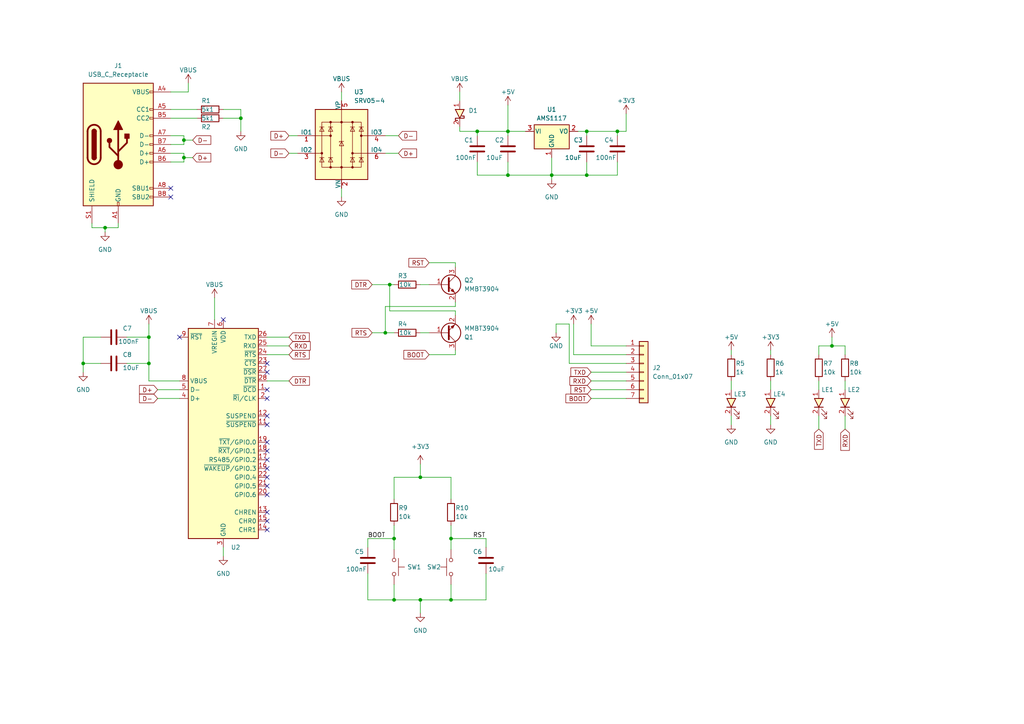
<source format=kicad_sch>
(kicad_sch (version 20230121) (generator eeschema)
  (paper "A4")
  (lib_symbols
    (symbol "+3V3_1" (power) (pin_names (offset 0))
      (property "Value" "+3V3_1" (at 0 3.556 0))
      (symbol "+3V3_1_0_1"
        (polyline (pts (xy -0.762 1.27) (xy 0 2.54)))
        (polyline (pts (xy 0 0) (xy 0 2.54)))
        (polyline (pts (xy 0 2.54) (xy 0.762 1.27)))
      )
      (symbol "+3V3_1_1_1"
        (pin power_in line (at 0 0 90) (length 0) hide (name "+3V3") (number "1"))
      )
    )
    (symbol "Device:C" (pin_numbers hide) (pin_names (offset 0.254))
      (property "Reference" "C" (at 0.635 2.54 0))
      (property "Value" "C" (at 0.635 -2.54 0))
      (symbol "C_0_1"
        (polyline (pts (xy -2.032 -0.762) (xy 2.032 -0.762)) (stroke (width 0.508)))
        (polyline (pts (xy -2.032 0.762) (xy 2.032 0.762)) (stroke (width 0.508)))
      )
      (symbol "C_1_1"
        (pin passive line (at 0 3.81 270) (length 2.794) (name "~") (number "1"))
        (pin passive line (at 0 -3.81 90) (length 2.794) (name "~") (number "2"))
      )
    )
    (symbol "Device:R" (pin_numbers hide) (pin_names (offset 0))
      (property "Reference" "R" (at 2.032 0 90))
      (property "Value" "R" (at 0 0 90))
      (symbol "R_0_1"
        (rectangle (start -1.016 -2.54) (end 1.016 2.54) (stroke (width 0.254)))
      )
      (symbol "R_1_1"
        (pin passive line (at 0 3.81 270) (length 1.27) (name "~") (number "1"))
        (pin passive line (at 0 -3.81 90) (length 1.27) (name "~") (number "2"))
      )
    )
    (symbol "GND_1" (power) (pin_names (offset 0))
      (property "Value" "GND_1" (at 0 -3.81 0))
      (symbol "GND_1_0_1"
        (polyline (pts (xy 0 0) (xy 0 -1.27) (xy 1.27 -1.27) (xy 0 -2.54) (xy -1.27 -1.27) (xy 0 -1.27)))
      )
      (symbol "GND_1_1_1"
        (pin power_in line (at 0 0 270) (length 0) hide (name "GND") (number "1"))
      )
    )
    (symbol "IVS_Symbols:AMS1117" (pin_names (offset 0.254))
      (property "Reference" "U" (at -3.81 3.175 0))
      (property "Value" "AMS1117" (at 0 3.175 0))
      (symbol "AMS1117_0_1"
        (rectangle (start -5.08 -5.08) (end 5.08 1.905) (stroke (width 0.254)) (fill (type background)))
      )
      (symbol "AMS1117_1_1"
        (pin power_in line (at 0 -7.62 90) (length 2.54) (name "GND") (number "1"))
        (pin power_out line (at 7.62 0 180) (length 2.54) (name "VO") (number "2"))
        (pin power_in line (at -7.62 0 0) (length 2.54) (name "VI") (number "3"))
      )
    )
    (symbol "IVS_Symbols:CP2102N-Axx-xQFN28"
      (property "Reference" "U" (at -8.89 31.75 0))
      (property "Value" "CP2102N-Axx-xQFN28" (at 12.7 31.75 0))
      (symbol "CP2102N-Axx-xQFN28_0_1"
        (rectangle (start -10.16 30.48) (end 10.16 -30.48) (stroke (width 0.254)) (fill (type background)))
      )
      (symbol "CP2102N-Axx-xQFN28_1_1"
        (pin input line (at 12.7 12.7 180) (length 2.54) (name "~{DCD}") (number "1"))
        (pin no_connect line (at -10.16 -27.94 0) (length 2.54) hide (name "NC") (number "10"))
        (pin output line (at 12.7 2.54 180) (length 2.54) (name "~{SUSPEND}") (number "11"))
        (pin output line (at 12.7 5.08 180) (length 2.54) (name "SUSPEND") (number "12"))
        (pin output line (at 12.7 -22.86 180) (length 2.54) (name "CHREN") (number "13"))
        (pin output line (at 12.7 -27.94 180) (length 2.54) (name "CHR1") (number "14"))
        (pin output line (at 12.7 -25.4 180) (length 2.54) (name "CHR0") (number "15"))
        (pin bidirectional line (at 12.7 -10.16 180) (length 2.54) (name "~{WAKEUP}/GPIO.3") (number "16"))
        (pin bidirectional line (at 12.7 -7.62 180) (length 2.54) (name "RS485/GPIO.2") (number "17"))
        (pin bidirectional line (at 12.7 -5.08 180) (length 2.54) (name "~{RXT}/GPIO.1") (number "18"))
        (pin bidirectional line (at 12.7 -2.54 180) (length 2.54) (name "~{TXT}/GPIO.0") (number "19"))
        (pin bidirectional line (at 12.7 10.16 180) (length 2.54) (name "~{RI}/CLK") (number "2"))
        (pin bidirectional line (at 12.7 -17.78 180) (length 2.54) (name "GPIO.6") (number "20"))
        (pin bidirectional line (at 12.7 -15.24 180) (length 2.54) (name "GPIO.5") (number "21"))
        (pin bidirectional line (at 12.7 -12.7 180) (length 2.54) (name "GPIO.4") (number "22"))
        (pin input line (at 12.7 20.32 180) (length 2.54) (name "~{CTS}") (number "23"))
        (pin output line (at 12.7 22.86 180) (length 2.54) (name "~{RTS}") (number "24"))
        (pin input line (at 12.7 25.4 180) (length 2.54) (name "RXD") (number "25"))
        (pin output line (at 12.7 27.94 180) (length 2.54) (name "TXD") (number "26"))
        (pin input line (at 12.7 17.78 180) (length 2.54) (name "~{DSR}") (number "27"))
        (pin output line (at 12.7 15.24 180) (length 2.54) (name "~{DTR}") (number "28"))
        (pin passive line (at 0 -33.02 90) (length 2.54) hide (name "GND") (number "29"))
        (pin power_in line (at 0 -33.02 90) (length 2.54) (name "GND") (number "3"))
        (pin bidirectional line (at -12.7 10.16 0) (length 2.54) (name "D+") (number "4"))
        (pin bidirectional line (at -12.7 12.7 0) (length 2.54) (name "D-") (number "5"))
        (pin power_in line (at 0 33.02 270) (length 2.54) (name "VDD") (number "6"))
        (pin power_in line (at -2.54 33.02 270) (length 2.54) (name "VREGIN") (number "7"))
        (pin input line (at -12.7 15.24 0) (length 2.54) (name "VBUS") (number "8"))
        (pin input line (at -12.7 27.94 0) (length 2.54) (name "~{RST}") (number "9"))
      )
    )
    (symbol "IVS_Symbols:Conn_01x07" (pin_names (offset 1.016) hide)
      (property "Reference" "J" (at 0 10.16 0))
      (property "Value" "Conn_01x07" (at 0 -10.16 0))
      (symbol "Conn_01x07_1_1"
        (rectangle (start -1.27 -7.493) (end 0 -7.747) (stroke (width 0.1524)))
        (rectangle (start -1.27 -4.953) (end 0 -5.207) (stroke (width 0.1524)))
        (rectangle (start -1.27 -2.413) (end 0 -2.667) (stroke (width 0.1524)))
        (rectangle (start -1.27 0.127) (end 0 -0.127) (stroke (width 0.1524)))
        (rectangle (start -1.27 2.667) (end 0 2.413) (stroke (width 0.1524)))
        (rectangle (start -1.27 5.207) (end 0 4.953) (stroke (width 0.1524)))
        (rectangle (start -1.27 7.747) (end 0 7.493) (stroke (width 0.1524)))
        (rectangle (start -1.27 8.89) (end 1.27 -8.89) (stroke (width 0.254)) (fill (type background)))
        (pin passive line (at -5.08 7.62 0) (length 3.81) (name "Pin_1") (number "1"))
        (pin passive line (at -5.08 5.08 0) (length 3.81) (name "Pin_2") (number "2"))
        (pin passive line (at -5.08 2.54 0) (length 3.81) (name "Pin_3") (number "3"))
        (pin passive line (at -5.08 0 0) (length 3.81) (name "Pin_4") (number "4"))
        (pin passive line (at -5.08 -2.54 0) (length 3.81) (name "Pin_5") (number "5"))
        (pin passive line (at -5.08 -5.08 0) (length 3.81) (name "Pin_6") (number "6"))
        (pin passive line (at -5.08 -7.62 0) (length 3.81) (name "Pin_7") (number "7"))
      )
    )
    (symbol "IVS_Symbols:D_Schottky"
      (property "Reference" "D" (at -2.54 2.54 0))
      (property "Value" "D_Schottky" (at 0 -2.54 0))
      (symbol "D_Schottky_0_1"
        (polyline (pts (xy 2.54 1.27) (xy 2.54 -1.27) (xy 0 0) (xy 2.54 1.27)) (stroke (width 0.254)) (fill (type background)))
        (polyline (pts (xy -0.635 0.635) (xy -0.635 1.27) (xy 0 1.27) (xy 0 -1.27) (xy 0.635 -1.27) (xy 0.635 -0.635)) (stroke (width 0.254)))
      )
      (symbol "D_Schottky_1_1"
        (pin passive line (at 5.08 0 180) (length 2.54) (name "") (number "1"))
        (pin passive line (at -2.54 0 0) (length 2.54) (name "") (number "2"))
      )
    )
    (symbol "IVS_Symbols:Led"
      (property "Reference" "LE" (at 0.508 -2.794 0))
      (property "Value" "Led" (at -0.254 2.794 0))
      (symbol "Led_0_1"
        (polyline (pts (xy 0 -1.27) (xy 0 1.27)) (stroke (width 0.254)))
        (polyline (pts (xy 2.54 -1.27) (xy 2.54 1.27) (xy 0 0) (xy 2.54 -1.27)) (stroke (width 0.254)) (fill (type background)))
        (polyline (pts (xy -1.778 -0.762) (xy -3.302 -2.286) (xy -2.54 -2.286) (xy -3.302 -2.286) (xy -3.302 -1.524)))
        (polyline (pts (xy -0.508 -0.762) (xy -2.032 -2.286) (xy -1.27 -2.286) (xy -2.032 -2.286) (xy -2.032 -1.524)))
      )
      (symbol "Led_1_1"
        (pin passive line (at 5.08 0 180) (length 2.54) (name "") (number "1"))
        (pin passive line (at -2.54 0 0) (length 2.54) (name "") (number "2"))
      )
    )
    (symbol "IVS_Symbols:USB_C_Receptacle" (pin_names (offset 1.016))
      (property "Reference" "J" (at -21.59 15.24 0))
      (property "Value" "USB_C_Receptacle" (at -12.7 10.16 0))
      (symbol "USB_C_Receptacle_0_0"
        (rectangle (start -0.254 -17.78) (end 0.254 -16.764))
        (rectangle (start 10.16 -14.986) (end 9.144 -15.494))
        (rectangle (start 10.16 -12.446) (end 9.144 -12.954))
        (rectangle (start 10.16 -4.826) (end 9.144 -5.334))
        (rectangle (start 10.16 -2.286) (end 9.144 -2.794))
        (rectangle (start 10.16 0.254) (end 9.144 -0.254))
        (rectangle (start 10.16 2.794) (end 9.144 2.286))
        (rectangle (start 10.16 7.874) (end 9.144 7.366))
        (rectangle (start 10.16 10.414) (end 9.144 9.906))
        (rectangle (start 10.16 15.494) (end 9.144 14.986))
      )
      (symbol "USB_C_Receptacle_0_1"
        (rectangle (start -10.16 17.78) (end 10.16 -17.78) (stroke (width 0.254)) (fill (type background)))
        (arc (start -8.89 -3.81) (mid -6.985 -5.7067) (end -5.08 -3.81) (stroke (width 0.508)))
        (arc (start -7.62 -3.81) (mid -6.985 -4.4423) (end -6.35 -3.81) (stroke (width 0.254)))
        (arc (start -7.62 -3.81) (mid -6.985 -4.4423) (end -6.35 -3.81) (stroke (width 0.254)) (fill (type outline)))
        (rectangle (start -7.62 -3.81) (end -6.35 3.81) (stroke (width 0.254)) (fill (type outline)))
        (arc (start -6.35 3.81) (mid -6.985 4.4423) (end -7.62 3.81) (stroke (width 0.254)))
        (arc (start -6.35 3.81) (mid -6.985 4.4423) (end -7.62 3.81) (stroke (width 0.254)) (fill (type outline)))
        (arc (start -5.08 3.81) (mid -6.985 5.7067) (end -8.89 3.81) (stroke (width 0.508)))
        (circle (center -2.54 1.143) (radius 0.635) (stroke (width 0.254)) (fill (type outline)))
        (circle (center 0 -5.842) (radius 1.27) (fill (type outline)))
        (polyline (pts (xy -8.89 -3.81) (xy -8.89 3.81)) (stroke (width 0.508)))
        (polyline (pts (xy -5.08 3.81) (xy -5.08 -3.81)) (stroke (width 0.508)))
        (polyline (pts (xy 0 -5.842) (xy 0 4.318)) (stroke (width 0.508)))
        (polyline (pts (xy 0 -3.302) (xy -2.54 -0.762) (xy -2.54 0.508)) (stroke (width 0.508)))
        (polyline (pts (xy 0 -2.032) (xy 2.54 0.508) (xy 2.54 1.778)) (stroke (width 0.508)))
        (polyline (pts (xy -1.27 4.318) (xy 0 6.858) (xy 1.27 4.318) (xy -1.27 4.318)) (stroke (width 0.254)) (fill (type outline)))
        (rectangle (start 1.905 1.778) (end 3.175 3.048) (stroke (width 0.254)) (fill (type outline)))
      )
      (symbol "USB_C_Receptacle_1_1"
        (pin passive line (at 0 -22.86 90) (length 5.08) (name "GND") (number "A1"))
        (pin passive line (at 0 -22.86 90) (length 5.08) hide (name "GND") (number "A12"))
        (pin passive line (at 15.24 15.24 180) (length 5.08) (name "VBUS") (number "A4"))
        (pin bidirectional line (at 15.24 10.16 180) (length 5.08) (name "CC1") (number "A5"))
        (pin bidirectional line (at 15.24 -2.54 180) (length 5.08) (name "D+") (number "A6"))
        (pin bidirectional line (at 15.24 2.54 180) (length 5.08) (name "D-") (number "A7"))
        (pin bidirectional line (at 15.24 -12.7 180) (length 5.08) (name "SBU1") (number "A8"))
        (pin passive line (at 15.24 15.24 180) (length 5.08) hide (name "VBUS") (number "A9"))
        (pin passive line (at 0 -22.86 90) (length 5.08) hide (name "GND") (number "B1"))
        (pin passive line (at 0 -22.86 90) (length 5.08) hide (name "GND") (number "B12"))
        (pin passive line (at 15.24 15.24 180) (length 5.08) hide (name "VBUS") (number "B4"))
        (pin bidirectional line (at 15.24 7.62 180) (length 5.08) (name "CC2") (number "B5"))
        (pin bidirectional line (at 15.24 -5.08 180) (length 5.08) (name "D+") (number "B6"))
        (pin bidirectional line (at 15.24 0 180) (length 5.08) (name "D-") (number "B7"))
        (pin bidirectional line (at 15.24 -15.24 180) (length 5.08) (name "SBU2") (number "B8"))
        (pin passive line (at 15.24 15.24 180) (length 5.08) hide (name "VBUS") (number "B9"))
        (pin passive line (at -7.62 -22.86 90) (length 5.08) (name "SHIELD") (number "S1"))
      )
    )
    (symbol "Power_Protection:SRV05-4" (pin_names (offset 0))
      (property "Reference" "U" (at -5.08 11.43 0))
      (property "Value" "SRV05-4" (at 2.54 11.43 0))
      (symbol "SRV05-4_0_0"
        (rectangle (start -5.715 6.477) (end 5.715 -6.604))
        (polyline (pts (xy -3.175 -6.604) (xy -3.175 6.477)))
        (polyline (pts (xy 3.175 6.477) (xy 3.175 -6.604)))
      )
      (symbol "SRV05-4_0_1"
        (rectangle (start -7.62 10.16) (end 7.62 -10.16) (stroke (width 0.254)) (fill (type background)))
        (circle (center -5.715 -2.54) (radius 0.2794) (fill (type outline)))
        (circle (center -3.175 -6.604) (radius 0.2794) (fill (type outline)))
        (circle (center -3.175 2.54) (radius 0.2794) (fill (type outline)))
        (circle (center -3.175 6.477) (radius 0.2794) (fill (type outline)))
        (circle (center 0 -6.604) (radius 0.2794) (fill (type outline)))
        (polyline (pts (xy -7.747 2.54) (xy -3.175 2.54)))
        (polyline (pts (xy -7.62 -2.54) (xy -5.715 -2.54)))
        (polyline (pts (xy -5.08 -3.81) (xy -6.35 -3.81)))
        (polyline (pts (xy -5.08 5.08) (xy -6.35 5.08)))
        (polyline (pts (xy -2.54 -3.81) (xy -3.81 -3.81)))
        (polyline (pts (xy -2.54 5.08) (xy -3.81 5.08)))
        (polyline (pts (xy 0 10.16) (xy 0 -10.16)))
        (polyline (pts (xy 3.81 -3.81) (xy 2.54 -3.81)))
        (polyline (pts (xy 3.81 5.08) (xy 2.54 5.08)))
        (polyline (pts (xy 6.35 -3.81) (xy 5.08 -3.81)))
        (polyline (pts (xy 6.35 5.08) (xy 5.08 5.08)))
        (polyline (pts (xy 7.62 -2.54) (xy 3.175 -2.54)))
        (polyline (pts (xy 7.62 2.54) (xy 5.715 2.54)))
        (polyline (pts (xy 0.635 0.889) (xy -0.635 0.889) (xy -0.635 0.635)))
        (polyline (pts (xy -5.08 -5.08) (xy -6.35 -5.08) (xy -5.715 -3.81) (xy -5.08 -5.08)))
        (polyline (pts (xy -5.08 3.81) (xy -6.35 3.81) (xy -5.715 5.08) (xy -5.08 3.81)))
        (polyline (pts (xy -2.54 -5.08) (xy -3.81 -5.08) (xy -3.175 -3.81) (xy -2.54 -5.08)))
        (polyline (pts (xy -2.54 3.81) (xy -3.81 3.81) (xy -3.175 5.08) (xy -2.54 3.81)))
        (polyline (pts (xy 0.635 -0.381) (xy -0.635 -0.381) (xy 0 0.889) (xy 0.635 -0.381)))
        (polyline (pts (xy 3.81 -5.08) (xy 2.54 -5.08) (xy 3.175 -3.81) (xy 3.81 -5.08)))
        (polyline (pts (xy 3.81 3.81) (xy 2.54 3.81) (xy 3.175 5.08) (xy 3.81 3.81)))
        (polyline (pts (xy 6.35 -5.08) (xy 5.08 -5.08) (xy 5.715 -3.81) (xy 6.35 -5.08)))
        (polyline (pts (xy 6.35 3.81) (xy 5.08 3.81) (xy 5.715 5.08) (xy 6.35 3.81)))
        (circle (center 0 6.477) (radius 0.2794) (fill (type outline)))
        (circle (center 3.175 -6.604) (radius 0.2794) (fill (type outline)))
        (circle (center 3.175 -2.54) (radius 0.2794) (fill (type outline)))
        (circle (center 3.175 6.477) (radius 0.2794) (fill (type outline)))
        (circle (center 5.715 2.54) (radius 0.2794) (fill (type outline)))
      )
      (symbol "SRV05-4_1_1"
        (pin passive line (at -12.7 2.54 0) (length 5.08) (name "IO1") (number "1"))
        (pin passive line (at 0 -12.7 90) (length 2.54) (name "VN") (number "2"))
        (pin passive line (at -12.7 -2.54 0) (length 5.08) (name "IO2") (number "3"))
        (pin passive line (at 12.7 2.54 180) (length 5.08) (name "IO3") (number "4"))
        (pin passive line (at 0 12.7 270) (length 2.54) (name "VP") (number "5"))
        (pin passive line (at 12.7 -2.54 180) (length 5.08) (name "IO4") (number "6"))
      )
    )
    (symbol "Switch:SW_Push" (pin_numbers hide) (pin_names (offset 1.016) hide)
      (property "Reference" "SW" (at 1.27 2.54 0))
      (property "Value" "SW_Push" (at 0 -1.524 0))
      (symbol "SW_Push_0_1"
        (circle (center -2.032 0) (radius 0.508))
        (polyline (pts (xy 0 1.27) (xy 0 3.048)))
        (polyline (pts (xy 2.54 1.27) (xy -2.54 1.27)))
        (circle (center 2.032 0) (radius 0.508))
        (pin passive line (at -5.08 0 0) (length 2.54) (name "1") (number "1"))
        (pin passive line (at 5.08 0 180) (length 2.54) (name "2") (number "2"))
      )
    )
    (symbol "Transistor_BJT:MMBT3904" (pin_names (offset 0) hide)
      (property "Reference" "Q" (at 5.08 1.905 0))
      (property "Value" "MMBT3904" (at 5.08 0 0))
      (symbol "MMBT3904_0_1"
        (polyline (pts (xy 0.635 0.635) (xy 2.54 2.54)))
        (polyline (pts (xy 0.635 -0.635) (xy 2.54 -2.54) (xy 2.54 -2.54)))
        (polyline (pts (xy 0.635 1.905) (xy 0.635 -1.905) (xy 0.635 -1.905)) (stroke (width 0.508)))
        (polyline (pts (xy 1.27 -1.778) (xy 1.778 -1.27) (xy 2.286 -2.286) (xy 1.27 -1.778) (xy 1.27 -1.778)) (fill (type outline)))
        (circle (center 1.27 0) (radius 2.8194) (stroke (width 0.254)))
      )
      (symbol "MMBT3904_1_1"
        (pin input line (at -5.08 0 0) (length 5.715) (name "B") (number "1"))
        (pin passive line (at 2.54 -5.08 90) (length 2.54) (name "E") (number "2"))
        (pin passive line (at 2.54 5.08 270) (length 2.54) (name "C") (number "3"))
      )
    )
    (symbol "power:+3V3" (power) (pin_names (offset 0))
      (property "Value" "+3V3" (at 0 3.556 0))
      (symbol "+3V3_0_1"
        (polyline (pts (xy -0.762 1.27) (xy 0 2.54)))
        (polyline (pts (xy 0 0) (xy 0 2.54)))
        (polyline (pts (xy 0 2.54) (xy 0.762 1.27)))
      )
      (symbol "+3V3_1_1"
        (pin power_in line (at 0 0 90) (length 0) hide (name "+3V3") (number "1"))
      )
    )
    (symbol "power:+5V" (power) (pin_names (offset 0))
      (property "Value" "+5V" (at 0 3.556 0))
      (symbol "+5V_0_1"
        (polyline (pts (xy -0.762 1.27) (xy 0 2.54)))
        (polyline (pts (xy 0 0) (xy 0 2.54)))
        (polyline (pts (xy 0 2.54) (xy 0.762 1.27)))
      )
      (symbol "+5V_1_1"
        (pin power_in line (at 0 0 90) (length 0) hide (name "+5V") (number "1"))
      )
    )
    (symbol "power:GND" (power) (pin_names (offset 0))
      (property "Value" "GND" (at 0 -3.81 0))
      (symbol "GND_0_1"
        (polyline (pts (xy 0 0) (xy 0 -1.27) (xy 1.27 -1.27) (xy 0 -2.54) (xy -1.27 -1.27) (xy 0 -1.27)))
      )
      (symbol "GND_1_1"
        (pin power_in line (at 0 0 270) (length 0) hide (name "GND") (number "1"))
      )
    )
    (symbol "power:VBUS" (power) (pin_names (offset 0))
      (property "Value" "VBUS" (at 0 3.81 0))
      (symbol "VBUS_0_1"
        (polyline (pts (xy -0.762 1.27) (xy 0 2.54)))
        (polyline (pts (xy 0 0) (xy 0 2.54)))
        (polyline (pts (xy 0 2.54) (xy 0.762 1.27)))
      )
      (symbol "VBUS_1_1"
        (pin power_in line (at 0 0 90) (length 0) hide (name "VBUS") (number "1"))
      )
    )
  )
  (junction (at 43.18 105.41))
  (junction (at 24.13 105.41))
  (junction (at 147.32 50.8))
  (junction (at 113.03 82.55))
  (junction (at 114.3 156.21))
  (junction (at 114.3 173.99))
  (junction (at 30.48 66.04))
  (junction (at 170.18 50.8))
  (junction (at 121.92 173.99))
  (junction (at 130.81 156.21))
  (junction (at 138.43 38.1))
  (junction (at 147.32 38.1))
  (junction (at 69.85 34.29))
  (junction (at 43.18 97.79))
  (junction (at 130.81 173.99))
  (junction (at 53.34 40.64))
  (junction (at 160.02 50.8))
  (junction (at 179.07 38.1))
  (junction (at 111.76 96.52))
  (junction (at 241.3 100.33))
  (junction (at 121.92 138.43))
  (junction (at 53.34 45.72))
  (junction (at 170.18 38.1))
  (no_connect (at 49.53 54.61))
  (no_connect (at 77.47 153.67))
  (no_connect (at 77.47 133.35))
  (no_connect (at 77.47 128.27))
  (no_connect (at 77.47 107.95))
  (no_connect (at 77.47 151.13))
  (no_connect (at 64.77 92.71))
  (no_connect (at 77.47 115.57))
  (no_connect (at 77.47 140.97))
  (no_connect (at 77.47 148.59))
  (no_connect (at 77.47 105.41))
  (no_connect (at 77.47 135.89))
  (no_connect (at 77.47 143.51))
  (no_connect (at 52.07 97.79))
  (no_connect (at 77.47 138.43))
  (no_connect (at 49.53 57.15))
  (no_connect (at 77.47 123.19))
  (no_connect (at 77.47 120.65))
  (no_connect (at 77.47 130.81))
  (no_connect (at 77.47 113.03))
  (wire (pts (xy 45.72 115.57) (xy 52.07 115.57)))
  (wire (pts (xy 86.36 39.37) (xy 83.82 39.37)))
  (wire (pts (xy 113.03 90.17) (xy 113.03 82.55)))
  (wire (pts (xy 132.08 76.2) (xy 132.08 77.47)))
  (wire (pts (xy 245.11 102.87) (xy 245.11 100.33)))
  (wire (pts (xy 181.61 33.02) (xy 181.61 38.1)))
  (wire (pts (xy 49.53 34.29) (xy 57.15 34.29)))
  (wire (pts (xy 49.53 39.37) (xy 53.34 39.37)))
  (wire (pts (xy 34.29 66.04) (xy 30.48 66.04)))
  (wire (pts (xy 237.49 110.49) (xy 237.49 113.03)))
  (wire (pts (xy 99.06 54.61) (xy 99.06 57.15)))
  (wire (pts (xy 132.08 102.87) (xy 124.46 102.87)))
  (wire (pts (xy 54.61 24.13) (xy 54.61 26.67)))
  (wire (pts (xy 53.34 40.64) (xy 55.88 40.64)))
  (wire (pts (xy 111.76 96.52) (xy 114.3 96.52)))
  (wire (pts (xy 166.37 102.87) (xy 181.61 102.87)))
  (wire (pts (xy 140.97 158.75) (xy 140.97 156.21)))
  (wire (pts (xy 171.45 115.57) (xy 181.61 115.57)))
  (wire (pts (xy 106.68 156.21) (xy 114.3 156.21)))
  (wire (pts (xy 54.61 26.67) (xy 49.53 26.67)))
  (wire (pts (xy 170.18 50.8) (xy 179.07 50.8)))
  (wire (pts (xy 147.32 46.99) (xy 147.32 50.8)))
  (wire (pts (xy 138.43 38.1) (xy 138.43 39.37)))
  (wire (pts (xy 179.07 50.8) (xy 179.07 46.99)))
  (wire (pts (xy 114.3 156.21) (xy 114.3 159.385)))
  (wire (pts (xy 245.11 110.49) (xy 245.11 113.03)))
  (wire (pts (xy 24.13 105.41) (xy 24.13 107.95)))
  (wire (pts (xy 132.08 90.17) (xy 132.08 91.44)))
  (wire (pts (xy 171.45 100.33) (xy 181.61 100.33)))
  (wire (pts (xy 111.76 39.37) (xy 115.57 39.37)))
  (wire (pts (xy 26.67 64.77) (xy 26.67 66.04)))
  (wire (pts (xy 64.77 158.75) (xy 64.77 161.29)))
  (wire (pts (xy 181.61 38.1) (xy 179.07 38.1)))
  (wire (pts (xy 245.11 100.33) (xy 241.3 100.33)))
  (wire (pts (xy 124.46 76.2) (xy 132.08 76.2)))
  (wire (pts (xy 147.32 50.8) (xy 160.02 50.8)))
  (wire (pts (xy 45.72 113.03) (xy 52.07 113.03)))
  (wire (pts (xy 179.07 38.1) (xy 170.18 38.1)))
  (wire (pts (xy 69.85 31.75) (xy 69.85 34.29)))
  (wire (pts (xy 160.02 50.8) (xy 170.18 50.8)))
  (wire (pts (xy 106.68 166.37) (xy 106.68 173.99)))
  (wire (pts (xy 147.32 38.1) (xy 147.32 39.37)))
  (wire (pts (xy 121.92 82.55) (xy 124.46 82.55)))
  (wire (pts (xy 24.13 97.79) (xy 24.13 105.41)))
  (wire (pts (xy 111.76 88.9) (xy 111.76 96.52)))
  (wire (pts (xy 121.92 173.99) (xy 121.92 177.8)))
  (wire (pts (xy 83.82 110.49) (xy 77.47 110.49)))
  (wire (pts (xy 133.35 26.67) (xy 133.35 29.21)))
  (wire (pts (xy 36.83 105.41) (xy 43.18 105.41)))
  (wire (pts (xy 121.92 96.52) (xy 124.46 96.52)))
  (wire (pts (xy 241.3 100.33) (xy 241.3 97.79)))
  (wire (pts (xy 212.09 110.49) (xy 212.09 113.03)))
  (wire (pts (xy 171.45 113.03) (xy 181.61 113.03)))
  (wire (pts (xy 140.97 166.37) (xy 140.97 173.99)))
  (wire (pts (xy 49.53 31.75) (xy 57.15 31.75)))
  (wire (pts (xy 138.43 38.1) (xy 147.32 38.1)))
  (wire (pts (xy 114.3 152.4) (xy 114.3 156.21)))
  (wire (pts (xy 147.32 38.1) (xy 152.4 38.1)))
  (wire (pts (xy 133.35 38.1) (xy 138.43 38.1)))
  (wire (pts (xy 43.18 105.41) (xy 43.18 110.49)))
  (wire (pts (xy 114.3 173.99) (xy 121.92 173.99)))
  (wire (pts (xy 165.1 93.98) (xy 165.1 105.41)))
  (wire (pts (xy 223.52 101.6) (xy 223.52 102.87)))
  (wire (pts (xy 130.81 156.21) (xy 140.97 156.21)))
  (wire (pts (xy 132.08 88.9) (xy 111.76 88.9)))
  (wire (pts (xy 130.81 169.545) (xy 130.81 173.99)))
  (wire (pts (xy 132.08 87.63) (xy 132.08 88.9)))
  (wire (pts (xy 49.53 46.99) (xy 53.34 46.99)))
  (wire (pts (xy 36.83 97.79) (xy 43.18 97.79)))
  (wire (pts (xy 121.92 138.43) (xy 114.3 138.43)))
  (wire (pts (xy 171.45 110.49) (xy 181.61 110.49)))
  (wire (pts (xy 161.29 96.52) (xy 161.29 93.98)))
  (wire (pts (xy 64.77 31.75) (xy 69.85 31.75)))
  (wire (pts (xy 53.34 46.99) (xy 53.34 45.72)))
  (wire (pts (xy 64.77 34.29) (xy 69.85 34.29)))
  (wire (pts (xy 138.43 50.8) (xy 147.32 50.8)))
  (wire (pts (xy 160.02 45.72) (xy 160.02 50.8)))
  (wire (pts (xy 130.81 156.21) (xy 130.81 159.385)))
  (wire (pts (xy 237.49 102.87) (xy 237.49 100.33)))
  (wire (pts (xy 179.07 38.1) (xy 179.07 39.37)))
  (wire (pts (xy 43.18 110.49) (xy 52.07 110.49)))
  (wire (pts (xy 114.3 169.545) (xy 114.3 173.99)))
  (wire (pts (xy 237.49 100.33) (xy 241.3 100.33)))
  (wire (pts (xy 49.53 41.91) (xy 53.34 41.91)))
  (wire (pts (xy 53.34 44.45) (xy 53.34 45.72)))
  (wire (pts (xy 147.32 30.48) (xy 147.32 38.1)))
  (wire (pts (xy 223.52 123.19) (xy 223.52 120.65)))
  (wire (pts (xy 30.48 66.04) (xy 30.48 67.31)))
  (wire (pts (xy 171.45 93.98) (xy 171.45 100.33)))
  (wire (pts (xy 113.03 82.55) (xy 114.3 82.55)))
  (wire (pts (xy 237.49 120.65) (xy 237.49 124.46)))
  (wire (pts (xy 133.35 36.83) (xy 133.35 38.1)))
  (wire (pts (xy 26.67 66.04) (xy 30.48 66.04)))
  (wire (pts (xy 212.09 120.65) (xy 212.09 123.19)))
  (wire (pts (xy 53.34 41.91) (xy 53.34 40.64)))
  (wire (pts (xy 111.76 44.45) (xy 115.57 44.45)))
  (wire (pts (xy 99.06 26.67) (xy 99.06 29.21)))
  (wire (pts (xy 130.81 173.99) (xy 140.97 173.99)))
  (wire (pts (xy 130.81 152.4) (xy 130.81 156.21)))
  (wire (pts (xy 69.85 34.29) (xy 69.85 38.1)))
  (wire (pts (xy 130.81 144.78) (xy 130.81 138.43)))
  (wire (pts (xy 132.08 90.17) (xy 113.03 90.17)))
  (wire (pts (xy 121.92 173.99) (xy 130.81 173.99)))
  (wire (pts (xy 170.18 38.1) (xy 170.18 39.37)))
  (wire (pts (xy 107.95 96.52) (xy 111.76 96.52)))
  (wire (pts (xy 106.68 156.21) (xy 106.68 158.75)))
  (wire (pts (xy 138.43 46.99) (xy 138.43 50.8)))
  (wire (pts (xy 83.82 100.33) (xy 77.47 100.33)))
  (wire (pts (xy 34.29 64.77) (xy 34.29 66.04)))
  (wire (pts (xy 107.95 82.55) (xy 113.03 82.55)))
  (wire (pts (xy 160.02 52.07) (xy 160.02 50.8)))
  (wire (pts (xy 130.81 138.43) (xy 121.92 138.43)))
  (wire (pts (xy 212.09 101.6) (xy 212.09 102.87)))
  (wire (pts (xy 170.18 38.1) (xy 167.64 38.1)))
  (wire (pts (xy 114.3 144.78) (xy 114.3 138.43)))
  (wire (pts (xy 86.36 44.45) (xy 83.82 44.45)))
  (wire (pts (xy 29.21 97.79) (xy 24.13 97.79)))
  (wire (pts (xy 49.53 44.45) (xy 53.34 44.45)))
  (wire (pts (xy 53.34 39.37) (xy 53.34 40.64)))
  (wire (pts (xy 83.82 102.87) (xy 77.47 102.87)))
  (wire (pts (xy 29.21 105.41) (xy 24.13 105.41)))
  (wire (pts (xy 121.92 134.62) (xy 121.92 138.43)))
  (wire (pts (xy 43.18 93.98) (xy 43.18 97.79)))
  (wire (pts (xy 161.29 93.98) (xy 165.1 93.98)))
  (wire (pts (xy 53.34 45.72) (xy 55.88 45.72)))
  (wire (pts (xy 170.18 46.99) (xy 170.18 50.8)))
  (wire (pts (xy 171.45 107.95) (xy 181.61 107.95)))
  (wire (pts (xy 43.18 97.79) (xy 43.18 105.41)))
  (wire (pts (xy 166.37 93.98) (xy 166.37 102.87)))
  (wire (pts (xy 165.1 105.41) (xy 181.61 105.41)))
  (wire (pts (xy 106.68 173.99) (xy 114.3 173.99)))
  (wire (pts (xy 62.23 86.36) (xy 62.23 92.71)))
  (wire (pts (xy 223.52 110.49) (xy 223.52 113.03)))
  (wire (pts (xy 132.08 101.6) (xy 132.08 102.87)))
  (wire (pts (xy 83.82 97.79) (xy 77.47 97.79)))
  (wire (pts (xy 245.11 120.65) (xy 245.11 124.46)))
  (label "BOOT" (at 106.68 156.21 0))
  (label "RST" (at 137.16 156.21 0))
  (global_label "DTR" (shape input) (at 107.95 82.55 180) (property "Intersheetrefs" "${INTERSHEET_REFS}" (effects hide)))
  (global_label "DTR" (shape input) (at 83.82 110.49 0) (property "Intersheetrefs" "${INTERSHEET_REFS}" (effects hide)))
  (global_label "TXD" (shape input) (at 237.49 124.46 270) (property "Intersheetrefs" "${INTERSHEET_REFS}" (effects hide)))
  (global_label "D-" (shape input) (at 45.72 115.57 180) (property "Intersheetrefs" "${INTERSHEET_REFS}" (effects hide)))
  (global_label "TXD" (shape input) (at 171.45 107.95 180) (property "Intersheetrefs" "${INTERSHEET_REFS}" (effects hide)))
  (global_label "RST" (shape input) (at 171.45 113.03 180) (property "Intersheetrefs" "${INTERSHEET_REFS}" (effects hide)))
  (global_label "BOOT" (shape input) (at 124.46 102.87 180) (property "Intersheetrefs" "${INTERSHEET_REFS}" (effects hide)))
  (global_label "TXD" (shape input) (at 83.82 97.79 0) (property "Intersheetrefs" "${INTERSHEET_REFS}" (effects hide)))
  (global_label "RST" (shape input) (at 124.46 76.2 180) (property "Intersheetrefs" "${INTERSHEET_REFS}" (effects hide)))
  (global_label "RTS" (shape input) (at 107.95 96.52 180) (property "Intersheetrefs" "${INTERSHEET_REFS}" (effects hide)))
  (global_label "RXD" (shape input) (at 83.82 100.33 0) (property "Intersheetrefs" "${INTERSHEET_REFS}" (effects hide)))
  (global_label "D+" (shape input) (at 115.57 44.45 0) (property "Intersheetrefs" "${INTERSHEET_REFS}" (effects hide)))
  (global_label "D+" (shape input) (at 45.72 113.03 180) (property "Intersheetrefs" "${INTERSHEET_REFS}" (effects hide)))
  (global_label "D-" (shape input) (at 55.88 40.64 0) (property "Intersheetrefs" "${INTERSHEET_REFS}" (effects hide)))
  (global_label "RXD" (shape input) (at 171.45 110.49 180) (property "Intersheetrefs" "${INTERSHEET_REFS}" (effects hide)))
  (global_label "D-" (shape input) (at 115.57 39.37 0) (property "Intersheetrefs" "${INTERSHEET_REFS}" (effects hide)))
  (global_label "RXD" (shape input) (at 245.11 124.46 270) (property "Intersheetrefs" "${INTERSHEET_REFS}" (effects hide)))
  (global_label "D+" (shape input) (at 83.82 39.37 180) (property "Intersheetrefs" "${INTERSHEET_REFS}" (effects hide)))
  (global_label "D+" (shape input) (at 55.88 45.72 0) (property "Intersheetrefs" "${INTERSHEET_REFS}" (effects hide)))
  (global_label "RTS" (shape input) (at 83.82 102.87 0) (property "Intersheetrefs" "${INTERSHEET_REFS}" (effects hide)))
  (global_label "BOOT" (shape input) (at 171.45 115.57 180) (property "Intersheetrefs" "${INTERSHEET_REFS}" (effects hide)))
  (global_label "D-" (shape input) (at 83.82 44.45 180) (property "Intersheetrefs" "${INTERSHEET_REFS}" (effects hide)))
  (symbol (lib_name "+3V3_1") (lib_id "power:+3V3") (at 166.37 93.98 0) (unit 1)
    (property "Reference" "#PWR07" (effects hide))
    (property "Value" "+3V3" (at 166.37 90.17 0))
  )
  (symbol (lib_id "power:+5V") (at 241.3 97.79 0) (unit 1)
    (property "Reference" "#PWR023" (effects hide))
    (property "Value" "+5V" (at 241.3 93.98 0))
  )
  (symbol (lib_id "Switch:SW_Push") (at 130.81 164.465 90) (unit 1)
    (property "Reference" "SW2" (at 123.825 164.465 90) (effects (justify right)))
    (property "Value" "SW_Push" (effects hide))
    (property "Footprint" "IVS_Footprints:ButtonPush-Vert-SMD-4P-SPST_PTS810" (effects hide))
  )
  (symbol (lib_id "Device:C") (at 140.97 162.56 0) (unit 1)
    (property "Reference" "C6" (at 137.16 160.02 0) (effects (justify left)))
    (property "Value" "10uF" (at 141.605 165.1 0) (effects (justify left)))
    (property "Footprint" "IVS_Footprints:C_0603" (effects hide))
  )
  (symbol (lib_id "power:VBUS") (at 54.61 24.13 0) (unit 1)
    (property "Reference" "#PWR04" (effects hide))
    (property "Value" "VBUS" (at 54.61 20.32 0))
  )
  (symbol (lib_id "power:VBUS") (at 99.06 26.67 0) (unit 1)
    (property "Reference" "#PWR020" (effects hide))
    (property "Value" "VBUS" (at 99.06 22.86 0))
  )
  (symbol (lib_id "Device:R") (at 60.96 34.29 270) (unit 1)
    (property "Reference" "R2" (at 58.42 36.83 90) (effects (justify left)))
    (property "Value" "5k1" (at 58.42 34.29 90) (effects (justify left)))
    (property "Footprint" "IVS_Footprints:R_0603" (effects hide))
  )
  (symbol (lib_id "IVS_Symbols:AMS1117") (at 160.02 38.1 0) (unit 1)
    (property "Reference" "U1" (at 160.02 31.75 0))
    (property "Value" "AMS1117" (at 160.02 34.29 0))
    (property "Footprint" "IVS_Footprints:SOT233" (effects hide))
    (property "Datasheet" "http://www.advanced-monolithic.com/pdf/ds1117.pdf" (effects hide))
  )
  (symbol (lib_id "Device:C") (at 179.07 43.18 0) (unit 1)
    (property "Reference" "C4" (at 175.26 40.64 0) (effects (justify left)))
    (property "Value" "100nF" (at 172.72 45.72 0) (effects (justify left)))
    (property "Footprint" "IVS_Footprints:C_0603" (effects hide))
  )
  (symbol (lib_id "power:VBUS") (at 62.23 86.36 0) (unit 1)
    (property "Reference" "#PWR011" (effects hide))
    (property "Value" "VBUS" (at 62.23 82.55 0))
  )
  (symbol (lib_name "GND_1") (lib_id "power:GND") (at 161.29 96.52 0) (unit 1)
    (property "Reference" "#PWR08" (effects hide))
    (property "Value" "GND" (at 161.29 100.33 0))
  )
  (symbol (lib_name "+3V3_1") (lib_id "power:+3V3") (at 181.61 33.02 0) (unit 1)
    (property "Reference" "#PWR06" (effects hide))
    (property "Value" "+3V3" (at 181.61 29.21 0))
  )
  (symbol (lib_id "IVS_Symbols:Led") (at 237.49 118.11 90) (unit 1)
    (property "Reference" "LE1" (at 240.03 113.03 90))
    (property "Value" "Led" (effects hide))
    (property "Footprint" "IVS_Footprints:LED_0603" (effects hide))
  )
  (symbol (lib_name "GND_1") (lib_id "power:GND") (at 30.48 67.31 0) (unit 1)
    (property "Reference" "#PWR05" (effects hide))
    (property "Value" "GND" (at 30.48 72.39 0))
  )
  (symbol (lib_id "Device:C") (at 170.18 43.18 0) (unit 1)
    (property "Reference" "C3" (at 166.37 40.64 0) (effects (justify left)))
    (property "Value" "10uF" (at 163.83 45.72 0) (effects (justify left)))
    (property "Footprint" "IVS_Footprints:C_0603" (effects hide))
  )
  (symbol (lib_id "power:+5V") (at 212.09 101.6 0) (unit 1)
    (property "Reference" "#PWR013" (effects hide))
    (property "Value" "+5V" (at 212.09 97.79 0))
  )
  (symbol (lib_id "Device:C") (at 147.32 43.18 0) (unit 1)
    (property "Reference" "C2" (at 143.51 40.64 0) (effects (justify left)))
    (property "Value" "10uF" (at 140.97 45.72 0) (effects (justify left)))
    (property "Footprint" "IVS_Footprints:C_0603" (effects hide))
  )
  (symbol (lib_id "Device:R") (at 212.09 106.68 0) (unit 1)
    (property "Reference" "R5" (at 213.36 105.41 0) (effects (justify left)))
    (property "Value" "1k" (at 213.36 107.95 0) (effects (justify left)))
    (property "Footprint" "IVS_Footprints:R_0603" (effects hide))
  )
  (symbol (lib_id "IVS_Symbols:CP2102N-Axx-xQFN28") (at 64.77 125.73 0) (unit 1)
    (property "Reference" "U2" (at 66.9641 158.75 0) (effects (justify left)))
    (property "Value" "CP2102N-Axx-xQFN28" (effects hide))
    (property "Footprint" "Package_DFN_QFN:QFN-28-1EP_5x5mm_P0.5mm_EP3.35x3.35mm" (effects hide))
    (property "Datasheet" "https://www.silabs.com/documents/public/data-sheets/cp2102n-datasheet.pdf" (effects hide))
  )
  (symbol (lib_id "power:+3V3") (at 121.92 134.62 0) (unit 1)
    (property "Reference" "#PWR016" (effects hide))
    (property "Value" "+3V3" (at 121.92 129.54 0))
  )
  (symbol (lib_id "IVS_Symbols:Led") (at 212.09 118.11 90) (unit 1)
    (property "Reference" "LE3" (at 214.63 114.3 90))
    (property "Value" "Led" (effects hide))
    (property "Footprint" "IVS_Footprints:LED_0603" (effects hide))
  )
  (symbol (lib_name "GND_1") (lib_id "power:GND") (at 160.02 52.07 0) (unit 1)
    (property "Reference" "#PWR09" (effects hide))
    (property "Value" "GND" (at 160.02 57.15 0))
  )
  (symbol (lib_id "Device:R") (at 130.81 148.59 0) (unit 1)
    (property "Reference" "R10" (at 132.08 147.32 0) (effects (justify left)))
    (property "Value" "10k" (at 132.08 149.86 0) (effects (justify left)))
    (property "Footprint" "IVS_Footprints:R_0603" (effects hide))
  )
  (symbol (lib_id "power:+5V") (at 147.32 30.48 0) (unit 1)
    (property "Reference" "#PWR022" (effects hide))
    (property "Value" "+5V" (at 147.32 26.67 0))
  )
  (symbol (lib_id "Device:C") (at 138.43 43.18 0) (unit 1)
    (property "Reference" "C1" (at 134.62 40.64 0) (effects (justify left)))
    (property "Value" "100nF" (at 132.08 45.72 0) (effects (justify left)))
    (property "Footprint" "IVS_Footprints:C_0603" (effects hide))
  )
  (symbol (lib_id "Device:C") (at 33.02 97.79 270) (unit 1)
    (property "Reference" "C7" (at 35.56 95.25 90) (effects (justify left)))
    (property "Value" "100nF" (at 34.29 99.06 90) (effects (justify left)))
    (property "Footprint" "IVS_Footprints:C_0603" (effects hide))
  )
  (symbol (lib_name "GND_1") (lib_id "power:GND") (at 223.52 123.19 0) (unit 1)
    (property "Reference" "#PWR015" (effects hide))
    (property "Value" "GND" (at 223.52 128.27 0))
  )
  (symbol (lib_id "Device:R") (at 114.3 148.59 0) (unit 1)
    (property "Reference" "R9" (at 115.57 147.32 0) (effects (justify left)))
    (property "Value" "10k" (at 115.57 149.86 0) (effects (justify left)))
    (property "Footprint" "IVS_Footprints:R_0603" (effects hide))
  )
  (symbol (lib_id "Device:R") (at 118.11 96.52 90) (unit 1)
    (property "Reference" "R4" (at 118.11 93.98 90) (effects (justify left)))
    (property "Value" "10k" (at 119.38 96.52 90) (effects (justify left)))
    (property "Footprint" "IVS_Footprints:R_0603" (effects hide))
  )
  (symbol (lib_id "IVS_Symbols:Led") (at 223.52 118.11 90) (unit 1)
    (property "Reference" "LE4" (at 226.06 114.3 90))
    (property "Value" "Led" (effects hide))
    (property "Footprint" "IVS_Footprints:LED_0603" (effects hide))
  )
  (symbol (lib_id "Device:R") (at 60.96 31.75 270) (unit 1)
    (property "Reference" "R1" (at 58.42 29.21 90) (effects (justify left)))
    (property "Value" "5k1" (at 58.42 31.75 90) (effects (justify left)))
    (property "Footprint" "IVS_Footprints:R_0603" (effects hide))
  )
  (symbol (lib_id "Device:R") (at 223.52 106.68 0) (unit 1)
    (property "Reference" "R6" (at 224.79 105.41 0) (effects (justify left)))
    (property "Value" "1k" (at 224.79 107.95 0) (effects (justify left)))
    (property "Footprint" "IVS_Footprints:R_0603" (effects hide))
  )
  (symbol (lib_id "IVS_Symbols:USB_C_Receptacle") (at 34.29 41.91 0) (unit 1)
    (property "Reference" "J1" (at 34.29 19.05 0))
    (property "Value" "USB_C_Receptacle" (at 34.29 21.59 0))
    (property "Footprint" "IVS_Footprints:USB_C_Receptacle_XKB_U262-16XN-4BVC11" (effects hide))
    (property "Datasheet" "https://www.usb.org/sites/default/files/documents/usb_type-c.zip" (effects hide))
  )
  (symbol (lib_name "GND_1") (lib_id "power:GND") (at 99.06 57.15 0) (unit 1)
    (property "Reference" "#PWR019" (effects hide))
    (property "Value" "GND" (at 99.06 62.23 0))
  )
  (symbol (lib_id "power:VBUS") (at 43.18 93.98 0) (unit 1)
    (property "Reference" "#PWR010" (effects hide))
    (property "Value" "VBUS" (at 43.18 90.17 0))
  )
  (symbol (lib_id "IVS_Symbols:Conn_01x07") (at 186.69 107.95 0) (unit 1)
    (property "Reference" "J2" (at 189.23 106.68 0) (effects (justify left)))
    (property "Value" "Conn_01x07" (at 189.23 109.22 0) (effects (justify left)))
    (property "Footprint" "Connector_PinHeader_2.54mm:PinHeader_1x07_P2.54mm_Horizontal" (effects hide))
  )
  (symbol (lib_name "+3V3_1") (lib_id "power:+3V3") (at 223.52 101.6 0) (unit 1)
    (property "Reference" "#PWR012" (effects hide))
    (property "Value" "+3V3" (at 223.52 97.79 0))
  )
  (symbol (lib_id "Device:C") (at 106.68 162.56 0) (unit 1)
    (property "Reference" "C5" (at 102.87 160.02 0) (effects (justify left)))
    (property "Value" "100nF" (at 100.33 165.1 0) (effects (justify left)))
    (property "Footprint" "IVS_Footprints:C_0603" (effects hide))
  )
  (symbol (lib_id "Device:R") (at 237.49 106.68 0) (unit 1)
    (property "Reference" "R7" (at 238.76 105.41 0) (effects (justify left)))
    (property "Value" "10k" (at 238.76 107.95 0) (effects (justify left)))
    (property "Footprint" "IVS_Footprints:R_0603" (effects hide))
  )
  (symbol (lib_name "GND_1") (lib_id "power:GND") (at 212.09 123.19 0) (unit 1)
    (property "Reference" "#PWR014" (effects hide))
    (property "Value" "GND" (at 212.09 128.27 0))
  )
  (symbol (lib_id "Device:C") (at 33.02 105.41 270) (unit 1)
    (property "Reference" "C8" (at 35.56 102.87 90) (effects (justify left)))
    (property "Value" "10uF" (at 35.56 106.68 90) (effects (justify left)))
    (property "Footprint" "IVS_Footprints:C_0603" (effects hide))
  )
  (symbol (lib_id "Device:R") (at 245.11 106.68 0) (unit 1)
    (property "Reference" "R8" (at 246.38 105.41 0) (effects (justify left)))
    (property "Value" "10k" (at 246.38 107.95 0) (effects (justify left)))
    (property "Footprint" "IVS_Footprints:R_0603" (effects hide))
  )
  (symbol (lib_id "Device:R") (at 118.11 82.55 90) (unit 1)
    (property "Reference" "R3" (at 118.11 80.01 90) (effects (justify left)))
    (property "Value" "10k" (at 119.38 82.55 90) (effects (justify left)))
    (property "Footprint" "IVS_Footprints:R_0603" (effects hide))
  )
  (symbol (lib_id "power:GND") (at 64.77 161.29 0) (unit 1)
    (property "Reference" "#PWR021" (effects hide))
    (property "Value" "GND" (at 64.77 166.37 0))
  )
  (symbol (lib_name "GND_1") (lib_id "power:GND") (at 24.13 107.95 0) (unit 1)
    (property "Reference" "#PWR018" (effects hide))
    (property "Value" "GND" (at 24.13 113.03 0))
  )
  (symbol (lib_id "Transistor_BJT:MMBT3904") (at 129.54 82.55 0) (unit 1)
    (property "Reference" "Q2" (at 134.62 81.28 0) (effects (justify left)))
    (property "Value" "MMBT3904" (at 134.62 83.82 0) (effects (justify left)))
    (property "Footprint" "Package_TO_SOT_SMD:SOT-23" (effects hide))
    (property "Datasheet" "https://www.onsemi.com/pdf/datasheet/pzt3904-d.pdf" (effects hide))
  )
  (symbol (lib_id "Power_Protection:SRV05-4") (at 99.06 41.91 0) (unit 1)
    (property "Reference" "U3" (at 102.6861 26.67 0) (effects (justify left)))
    (property "Value" "SRV05-4" (at 102.6861 29.21 0) (effects (justify left)))
    (property "Footprint" "Package_TO_SOT_SMD:SOT-23-6" (effects hide))
    (property "Datasheet" "http://www.onsemi.com/pub/Collateral/SRV05-4-D.PDF" (effects hide))
  )
  (symbol (lib_id "power:GND") (at 121.92 177.8 0) (unit 1)
    (property "Reference" "#PWR017" (effects hide))
    (property "Value" "GND" (at 121.92 182.88 0))
  )
  (symbol (lib_id "power:+5V") (at 171.45 93.98 0) (unit 1)
    (property "Reference" "#PWR01" (effects hide))
    (property "Value" "+5V" (at 171.45 90.17 0))
  )
  (symbol (lib_id "Transistor_BJT:MMBT3904") (at 129.54 96.52 0) (mirror x) (unit 1)
    (property "Reference" "Q1" (at 134.62 97.79 0) (effects (justify left)))
    (property "Value" "MMBT3904" (at 134.62 95.25 0) (effects (justify left)))
    (property "Footprint" "Package_TO_SOT_SMD:SOT-23" (effects hide))
    (property "Datasheet" "https://www.onsemi.com/pdf/datasheet/pzt3904-d.pdf" (effects hide))
  )
  (symbol (lib_id "IVS_Symbols:Led") (at 245.11 118.11 90) (unit 1)
    (property "Reference" "LE2" (at 247.65 113.03 90))
    (property "Value" "Led" (effects hide))
    (property "Footprint" "IVS_Footprints:LED_0603" (effects hide))
  )
  (symbol (lib_name "GND_1") (lib_id "power:GND") (at 69.85 38.1 0) (unit 1)
    (property "Reference" "#PWR03" (effects hide))
    (property "Value" "GND" (at 69.85 43.18 0))
  )
  (symbol (lib_id "Switch:SW_Push") (at 114.3 164.465 270) (unit 1)
    (property "Reference" "SW1" (at 118.11 164.4649 90) (effects (justify left)))
    (property "Value" "SW_Push" (effects hide))
    (property "Footprint" "IVS_Footprints:ButtonPush-Vert-SMD-4P-SPST_PTS810" (effects hide))
  )
  (symbol (lib_id "power:VBUS") (at 133.35 26.67 0) (unit 1)
    (property "Reference" "#PWR02" (effects hide))
    (property "Value" "VBUS" (at 133.35 22.86 0))
  )
  (symbol (lib_id "IVS_Symbols:D_Schottky") (at 133.35 34.29 90) (unit 1)
    (property "Reference" "D1" (at 135.89 32.0675 90) (effects (justify right)))
    (property "Value" "D_Schottky" (effects hide))
    (property "Footprint" "IVS_Footprints:Package-Diode-D_SOD_123" (effects hide))
  )
)
</source>
